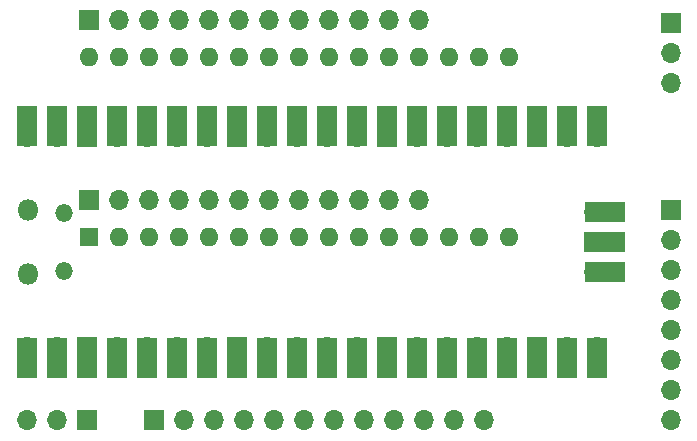
<source format=gbr>
%TF.GenerationSoftware,KiCad,Pcbnew,(6.0.5)*%
%TF.CreationDate,2023-01-02T20:32:54+00:00*%
%TF.ProjectId,NanoPicoKeyboardMatrix,4e616e6f-5069-4636-9f4b-6579626f6172,rev?*%
%TF.SameCoordinates,Original*%
%TF.FileFunction,Soldermask,Top*%
%TF.FilePolarity,Negative*%
%FSLAX46Y46*%
G04 Gerber Fmt 4.6, Leading zero omitted, Abs format (unit mm)*
G04 Created by KiCad (PCBNEW (6.0.5)) date 2023-01-02 20:32:54*
%MOMM*%
%LPD*%
G01*
G04 APERTURE LIST*
%ADD10R,1.700000X1.700000*%
%ADD11O,1.700000X1.700000*%
%ADD12R,1.600000X1.600000*%
%ADD13O,1.600000X1.600000*%
%ADD14R,3.500000X1.700000*%
%ADD15R,1.700000X3.500000*%
%ADD16O,1.500000X1.500000*%
%ADD17O,1.800000X1.800000*%
G04 APERTURE END LIST*
D10*
%TO.C,J1*%
X157570000Y-65235000D03*
D11*
X157570000Y-67775000D03*
X157570000Y-70315000D03*
X157570000Y-72855000D03*
X157570000Y-75395000D03*
X157570000Y-77935000D03*
X157570000Y-80475000D03*
X157570000Y-83015000D03*
%TD*%
%TO.C,J6*%
X136230000Y-49130000D03*
X133690000Y-49130000D03*
X131150000Y-49130000D03*
X128610000Y-49130000D03*
X126070000Y-49130000D03*
X123530000Y-49130000D03*
X120990000Y-49130000D03*
X118450000Y-49130000D03*
X115910000Y-49130000D03*
X113370000Y-49130000D03*
X110830000Y-49130000D03*
D10*
X108290000Y-49130000D03*
%TD*%
%TO.C,J5*%
X108290000Y-64370000D03*
D11*
X110830000Y-64370000D03*
X113370000Y-64370000D03*
X115910000Y-64370000D03*
X118450000Y-64370000D03*
X120990000Y-64370000D03*
X123530000Y-64370000D03*
X126070000Y-64370000D03*
X128610000Y-64370000D03*
X131150000Y-64370000D03*
X133690000Y-64370000D03*
X136230000Y-64370000D03*
%TD*%
D12*
%TO.C,A1*%
X108290000Y-67490000D03*
D13*
X110830000Y-67490000D03*
X113370000Y-67490000D03*
X115910000Y-67490000D03*
X118450000Y-67490000D03*
X120990000Y-67490000D03*
X123530000Y-67490000D03*
X126070000Y-67490000D03*
X128610000Y-67490000D03*
X131150000Y-67490000D03*
X133690000Y-67490000D03*
X136230000Y-67490000D03*
X138770000Y-67490000D03*
X141310000Y-67490000D03*
X143850000Y-67490000D03*
X143850000Y-52250000D03*
X141310000Y-52250000D03*
X138770000Y-52250000D03*
X136230000Y-52250000D03*
X133690000Y-52250000D03*
X131150000Y-52250000D03*
X128610000Y-52250000D03*
X126070000Y-52250000D03*
X123530000Y-52250000D03*
X120990000Y-52250000D03*
X118450000Y-52250000D03*
X115910000Y-52250000D03*
X113370000Y-52250000D03*
X110830000Y-52250000D03*
X108290000Y-52250000D03*
%TD*%
D14*
%TO.C,U1*%
X151965000Y-65370000D03*
D11*
X151065000Y-65370000D03*
D14*
X151965000Y-67910000D03*
D10*
X151065000Y-67910000D03*
D11*
X151065000Y-70450000D03*
D14*
X151965000Y-70450000D03*
D15*
X103035000Y-58120000D03*
D11*
X103035000Y-59020000D03*
X105575000Y-59020000D03*
D15*
X105575000Y-58120000D03*
D10*
X108115000Y-59020000D03*
D15*
X108115000Y-58120000D03*
D11*
X110655000Y-59020000D03*
D15*
X110655000Y-58120000D03*
X113195000Y-58120000D03*
D11*
X113195000Y-59020000D03*
X115735000Y-59020000D03*
D15*
X115735000Y-58120000D03*
D11*
X118275000Y-59020000D03*
D15*
X118275000Y-58120000D03*
D10*
X120815000Y-59020000D03*
D15*
X120815000Y-58120000D03*
X123355000Y-58120000D03*
D11*
X123355000Y-59020000D03*
D15*
X125895000Y-58120000D03*
D11*
X125895000Y-59020000D03*
X128435000Y-59020000D03*
D15*
X128435000Y-58120000D03*
X130975000Y-58120000D03*
D11*
X130975000Y-59020000D03*
D15*
X133515000Y-58120000D03*
D10*
X133515000Y-59020000D03*
D15*
X136055000Y-58120000D03*
D11*
X136055000Y-59020000D03*
X138595000Y-59020000D03*
D15*
X138595000Y-58120000D03*
D11*
X141135000Y-59020000D03*
D15*
X141135000Y-58120000D03*
X143675000Y-58120000D03*
D11*
X143675000Y-59020000D03*
D10*
X146215000Y-59020000D03*
D15*
X146215000Y-58120000D03*
D11*
X148755000Y-59020000D03*
D15*
X148755000Y-58120000D03*
D11*
X151295000Y-59020000D03*
D15*
X151295000Y-58120000D03*
D11*
X151295000Y-76800000D03*
D15*
X151295000Y-77700000D03*
X148755000Y-77700000D03*
D11*
X148755000Y-76800000D03*
D10*
X146215000Y-76800000D03*
D15*
X146215000Y-77700000D03*
D11*
X143675000Y-76800000D03*
D15*
X143675000Y-77700000D03*
D11*
X141135000Y-76800000D03*
D15*
X141135000Y-77700000D03*
X138595000Y-77700000D03*
D11*
X138595000Y-76800000D03*
X136055000Y-76800000D03*
D15*
X136055000Y-77700000D03*
X133515000Y-77700000D03*
D10*
X133515000Y-76800000D03*
D15*
X130975000Y-77700000D03*
D11*
X130975000Y-76800000D03*
X128435000Y-76800000D03*
D15*
X128435000Y-77700000D03*
X125895000Y-77700000D03*
D11*
X125895000Y-76800000D03*
X123355000Y-76800000D03*
D15*
X123355000Y-77700000D03*
X120815000Y-77700000D03*
D10*
X120815000Y-76800000D03*
D11*
X118275000Y-76800000D03*
D15*
X118275000Y-77700000D03*
X115735000Y-77700000D03*
D11*
X115735000Y-76800000D03*
D15*
X113195000Y-77700000D03*
D11*
X113195000Y-76800000D03*
D15*
X110655000Y-77700000D03*
D11*
X110655000Y-76800000D03*
D10*
X108115000Y-76800000D03*
D15*
X108115000Y-77700000D03*
X105575000Y-77700000D03*
D11*
X105575000Y-76800000D03*
D15*
X103035000Y-77700000D03*
D11*
X103035000Y-76800000D03*
D16*
X106195000Y-65485000D03*
X106195000Y-70335000D03*
D17*
X103165000Y-70635000D03*
X103165000Y-65185000D03*
%TD*%
D10*
%TO.C,J4*%
X157570000Y-49350000D03*
D11*
X157570000Y-51890000D03*
X157570000Y-54430000D03*
%TD*%
D10*
%TO.C,J3*%
X108100000Y-83000000D03*
D11*
X105560000Y-83000000D03*
X103020000Y-83000000D03*
%TD*%
D10*
%TO.C,J2*%
X113800000Y-83000000D03*
D11*
X116340000Y-83000000D03*
X118880000Y-83000000D03*
X121420000Y-83000000D03*
X123960000Y-83000000D03*
X126500000Y-83000000D03*
X129040000Y-83000000D03*
X131580000Y-83000000D03*
X134120000Y-83000000D03*
X136660000Y-83000000D03*
X139200000Y-83000000D03*
X141740000Y-83000000D03*
%TD*%
M02*

</source>
